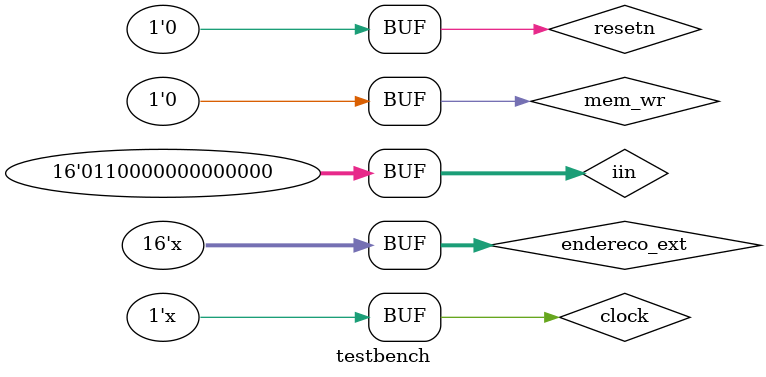
<source format=v>
`include "computador.v"
module testbench;

reg clock  = 1;
reg resetn = 1;
reg mem_wr = 1;
reg  [15:0] endereco_ext = 0;
reg  [15:0] iin;
wire [15:0] bus;

always #1 clock = !clock;
always #2 endereco_ext = endereco_ext + 16'h0001;

initial $dumpfile("testbench.vcd");
initial $dumpvars(0,testbench);

computador c(clock, resetn, mem_wr, iin, endereco_ext, bus);

initial begin
    # 0 iin <= 16'b101_000_0000000000;
    # 2 iin <= 16'b101_001_0000000001;
    # 2 iin <= 16'b101_010_0000000011;
    # 2 iin <= 16'b101_011_0000000100;
    # 2 iin <= 16'b101_100_0000000000;

    # 2 iin <= 16'b110_011_0000000100;
    # 2 iin <= 16'b000_100_010_0000000;
    # 2 iin <= 16'b001_011_001_0000000;
    # 2 iin <= 16'b110_000_1111111101;

    # 2 iin <= 16'b100_100_0000000000;
    # 2 iin <= 16'b011_000_000_0000000;
    
    # 2 mem_wr <= 1'b0;
    # 1 resetn <= 1'b0;
end
endmodule

</source>
